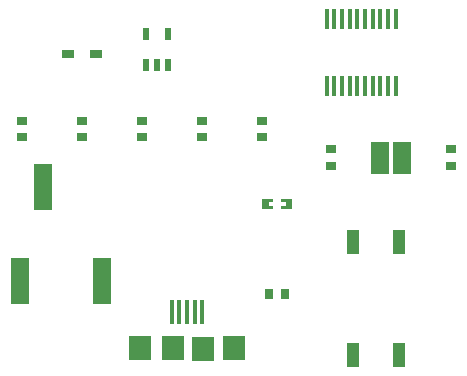
<source format=gtp>
G04 Layer: TopPasteMaskLayer*
G04 EasyEDA v6.5.40, 2024-08-17 15:48:36*
G04 cb6e2e9fbd21486d88ae5690d2d3dc00,10*
G04 Gerber Generator version 0.2*
G04 Scale: 100 percent, Rotated: No, Reflected: No *
G04 Dimensions in millimeters *
G04 leading zeros omitted , absolute positions ,4 integer and 5 decimal *
%FSLAX45Y45*%
%MOMM*%

%AMMACRO1*21,1,$1,$2,0,0,$3*%
%ADD10O,0.36400740000000004X1.7420082*%
%ADD11R,0.9000X0.8000*%
%ADD12R,1.0000X0.7500*%
%ADD13R,0.6000X1.1000*%
%ADD14MACRO1,1.4999X2.7X0.0000*%
%ADD15MACRO1,1.5001X2.7X0.0000*%
%ADD16R,0.4500X2.0000*%
%ADD17R,1.9000X2.1000*%
%ADD18R,0.8000X0.9000*%
%ADD19R,1.5000X4.0000*%
%ADD20R,1.0000X2.0000*%

%LPD*%
G36*
X2547518Y1569008D02*
G01*
X2542489Y1563979D01*
X2542489Y1484020D01*
X2547518Y1478991D01*
X2627477Y1478991D01*
X2632506Y1484020D01*
X2632506Y1506778D01*
X2595524Y1506778D01*
X2595524Y1539798D01*
X2632506Y1539798D01*
X2632506Y1563979D01*
X2627477Y1569008D01*
G37*
G36*
X2706522Y1569008D02*
G01*
X2701493Y1563979D01*
X2701493Y1541221D01*
X2738526Y1541221D01*
X2738526Y1508201D01*
X2701493Y1508201D01*
X2701493Y1484020D01*
X2706522Y1478991D01*
X2786481Y1478991D01*
X2791510Y1484020D01*
X2791510Y1563979D01*
X2786481Y1569008D01*
G37*
D10*
G01*
X3085696Y2519603D03*
G01*
X3150694Y2519603D03*
G01*
X3215693Y2519603D03*
G01*
X3280691Y2519603D03*
G01*
X3345715Y2519603D03*
G01*
X3410714Y2519603D03*
G01*
X3475713Y2519603D03*
G01*
X3540711Y2519603D03*
G01*
X3605710Y2519603D03*
G01*
X3670708Y2519603D03*
G01*
X3085696Y3093796D03*
G01*
X3150694Y3093796D03*
G01*
X3215693Y3093796D03*
G01*
X3280691Y3093796D03*
G01*
X3345715Y3093796D03*
G01*
X3410714Y3093796D03*
G01*
X3475713Y3093796D03*
G01*
X3540711Y3093796D03*
G01*
X3605710Y3093796D03*
G01*
X3670708Y3093796D03*
D11*
G01*
X2540002Y2229002D03*
G01*
X2540002Y2088997D03*
G01*
X2032002Y2229002D03*
G01*
X2032002Y2088997D03*
G01*
X3124202Y1847697D03*
G01*
X3124202Y1987702D03*
G01*
X4140202Y1847697D03*
G01*
X4140202Y1987702D03*
G01*
X1016002Y2229002D03*
G01*
X1016002Y2088997D03*
G01*
X1524002Y2229002D03*
G01*
X1524002Y2088997D03*
G01*
X508002Y2229002D03*
G01*
X508002Y2088997D03*
D12*
G01*
X898756Y2794000D03*
G01*
X1133248Y2794000D03*
D13*
G01*
X1556006Y2962122D03*
G01*
X1745998Y2962122D03*
G01*
X1745998Y2702077D03*
G01*
X1651002Y2702077D03*
G01*
X1556006Y2702077D03*
D14*
G01*
X3727208Y1917700D03*
D15*
G01*
X3537203Y1917700D03*
D16*
G01*
X2035022Y610692D03*
G01*
X1969998Y610692D03*
G01*
X1904974Y610692D03*
G01*
X1839950Y610692D03*
G01*
X1774926Y610692D03*
D17*
G01*
X2304999Y303682D03*
G01*
X1505000Y303682D03*
G01*
X1784019Y302158D03*
G01*
X2035987Y300202D03*
D18*
G01*
X2737004Y762000D03*
G01*
X2597000Y762000D03*
D19*
G01*
X490222Y869950D03*
G01*
X1186182Y869950D03*
G01*
X688342Y1670050D03*
D20*
G01*
X3700211Y1203896D03*
G01*
X3700211Y243903D03*
G01*
X3310194Y1203896D03*
G01*
X3310194Y243903D03*
M02*

</source>
